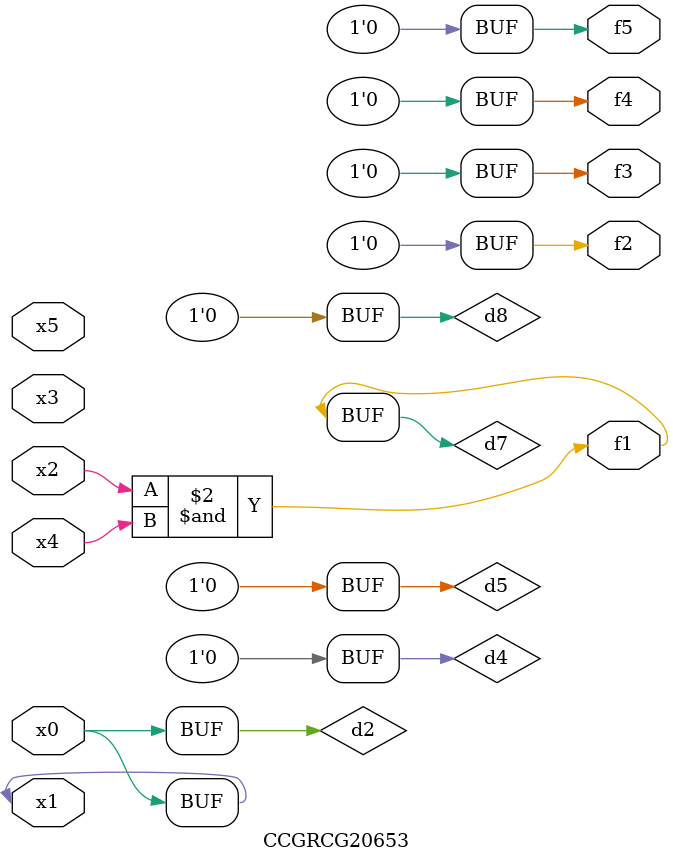
<source format=v>
module CCGRCG20653(
	input x0, x1, x2, x3, x4, x5,
	output f1, f2, f3, f4, f5
);

	wire d1, d2, d3, d4, d5, d6, d7, d8, d9;

	nand (d1, x1);
	buf (d2, x0, x1);
	nand (d3, x2, x4);
	and (d4, d1, d2);
	and (d5, d1, d2);
	nand (d6, d1, d3);
	not (d7, d3);
	xor (d8, d5);
	nor (d9, d5, d6);
	assign f1 = d7;
	assign f2 = d8;
	assign f3 = d8;
	assign f4 = d8;
	assign f5 = d8;
endmodule

</source>
